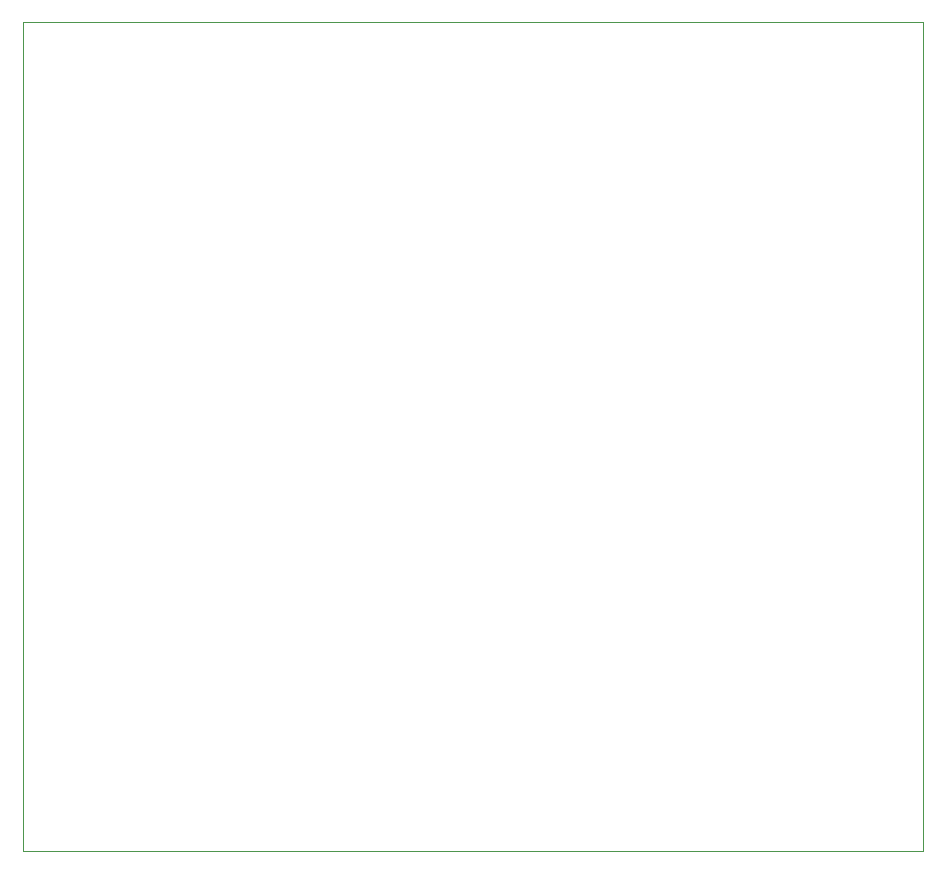
<source format=gbr>
%TF.GenerationSoftware,KiCad,Pcbnew,(6.0.5-0)*%
%TF.CreationDate,2022-06-28T13:32:59-07:00*%
%TF.ProjectId,caravel_pcb_v3_FTDI_flexy,63617261-7665-46c5-9f70-63625f76335f,rev?*%
%TF.SameCoordinates,Original*%
%TF.FileFunction,Profile,NP*%
%FSLAX46Y46*%
G04 Gerber Fmt 4.6, Leading zero omitted, Abs format (unit mm)*
G04 Created by KiCad (PCBNEW (6.0.5-0)) date 2022-06-28 13:32:59*
%MOMM*%
%LPD*%
G01*
G04 APERTURE LIST*
%TA.AperFunction,Profile*%
%ADD10C,0.100000*%
%TD*%
G04 APERTURE END LIST*
D10*
X100000000Y-58756000D02*
X176200000Y-58756000D01*
X176200000Y-58756000D02*
X176200000Y-128956000D01*
X176200000Y-128956000D02*
X100000000Y-128956000D01*
X100000000Y-128956000D02*
X100000000Y-58756000D01*
M02*

</source>
